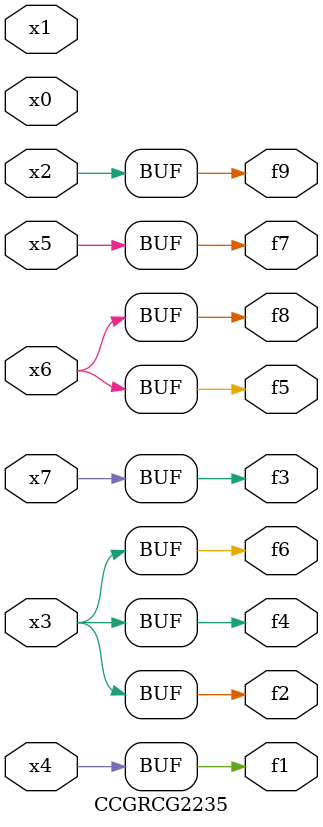
<source format=v>
module CCGRCG2235(
	input x0, x1, x2, x3, x4, x5, x6, x7,
	output f1, f2, f3, f4, f5, f6, f7, f8, f9
);
	assign f1 = x4;
	assign f2 = x3;
	assign f3 = x7;
	assign f4 = x3;
	assign f5 = x6;
	assign f6 = x3;
	assign f7 = x5;
	assign f8 = x6;
	assign f9 = x2;
endmodule

</source>
